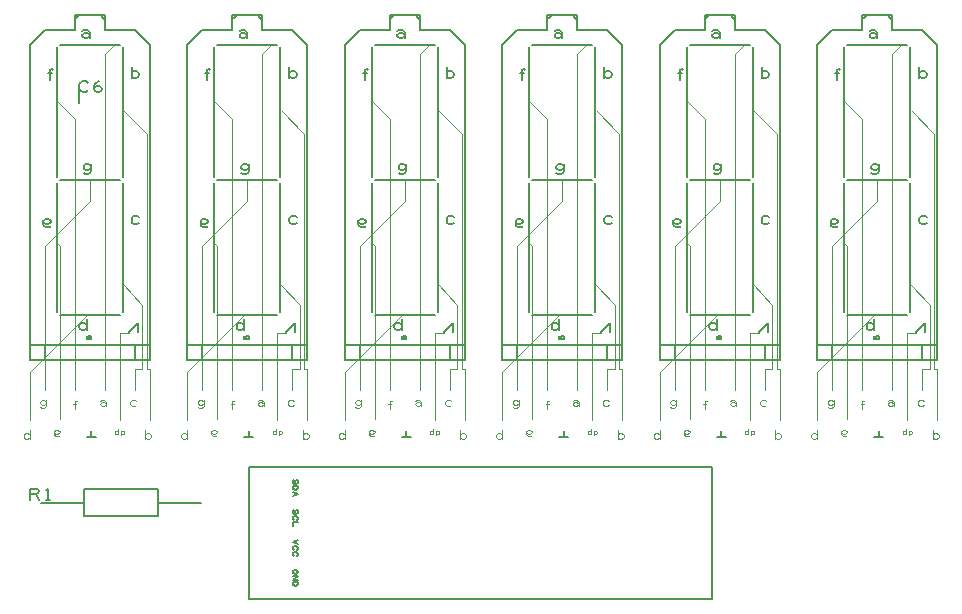
<source format=gbr>
G04 DesignSpark PCB Gerber Version 10.0 Build 5299*
%FSLAX35Y35*%
%MOIN*%
%ADD111C,0.00100*%
%ADD113C,0.00200*%
%ADD112C,0.00400*%
%ADD10C,0.00500*%
%ADD13C,0.00787*%
X0Y0D02*
D02*
D10*
X14100Y36537D02*
Y40287D01*
X16287D01*
X16913Y39975D01*
X17225Y39350D01*
X16913Y38725D01*
X16287Y38413D01*
X14100D01*
X16287D02*
X17225Y36537D01*
X19725D02*
X20975D01*
X20350D02*
Y40287D01*
X19725Y39663D01*
X21100Y127850D02*
X20787Y127537D01*
X20163D01*
X19537D01*
X18913Y127850D01*
X18600Y128475D01*
Y129413D01*
X18913Y129725D01*
X19537Y130037D01*
X20163D01*
X20787Y129725D01*
X21100Y129413D01*
Y129100D01*
X20787Y128787D01*
X20163Y128475D01*
X19537D01*
X18913Y128787D01*
X18600Y129100D01*
X19100Y83100D02*
X54100D01*
Y188100D01*
X49100Y193100D01*
X39100D01*
Y198100D01*
X38100D01*
Y197600D01*
X39100Y196600D01*
X20850Y176537D02*
Y179663D01*
X21163Y179975D01*
X21475D01*
X21787Y179663D01*
X20225Y178725D02*
X21475D01*
X23100Y142100D02*
Y99100D01*
Y187600D02*
Y144100D01*
X24100Y98100D02*
X44100D01*
X24100Y143100D02*
X44100D01*
X24100Y188100D02*
X44100D01*
X29600Y197100D02*
X30600Y198100D01*
X29100D01*
Y193100D01*
X19100D01*
X14100Y188100D01*
Y88100D01*
X33100Y94600D02*
X32787Y95225D01*
X32163Y95537D01*
X31537D01*
X30913Y95225D01*
X30600Y94600D01*
Y93975D01*
X30913Y93350D01*
X31537Y93037D01*
X32163D01*
X32787Y93350D01*
X33100Y93975D01*
Y93037D02*
Y96787D01*
X33725Y173063D02*
X33413Y172750D01*
X32787Y172437D01*
X31850D01*
X31225Y172750D01*
X30913Y173063D01*
X30600Y173687D01*
Y174937D01*
X30913Y175563D01*
X31225Y175875D01*
X31850Y176187D01*
X32787D01*
X33413Y175875D01*
X33725Y175563D01*
X35600Y173375D02*
X35913Y174000D01*
X36537Y174313D01*
X37163D01*
X37787Y174000D01*
X38100Y173375D01*
X37787Y172750D01*
X37163Y172437D01*
X36537D01*
X35913Y172750D01*
X35600Y173375D01*
Y174313D01*
X35913Y175250D01*
X36537Y175875D01*
X37163Y176187D01*
X30600Y198100D02*
X38100D01*
X31600Y192725D02*
X32225Y193037D01*
X33163D01*
X33787Y192725D01*
X34100Y192100D01*
Y191163D01*
X33787Y190850D01*
X33163Y190537D01*
X32537D01*
X31913Y190850D01*
X31600Y191163D01*
Y191475D01*
X31913Y191787D01*
X32537Y192100D01*
X33163D01*
X33787Y191787D01*
X34100Y191475D01*
Y191163D02*
Y190537D01*
X34600Y147600D02*
X34287Y148225D01*
X33663Y148537D01*
X33037D01*
X32413Y148225D01*
X32100Y147600D01*
Y147287D01*
X32413Y146663D01*
X33037Y146350D01*
X33663D01*
X34287Y146663D01*
X34600Y147287D01*
Y148537D02*
Y146037D01*
X34287Y145413D01*
X33663Y145100D01*
X32725D01*
X32100Y145413D01*
X33100Y57600D02*
X36100D01*
X33100Y91100D02*
Y90100D01*
X34600D01*
Y91100D01*
X33600D01*
Y90600D01*
X34100D01*
X34600Y57600D02*
Y59600D01*
X45100Y142100D02*
Y99100D01*
Y187600D02*
Y144100D01*
X47100Y92600D02*
X50100Y95600D01*
Y92600D01*
X50600Y130725D02*
X49975Y131037D01*
X49037D01*
X48413Y130725D01*
X48100Y130100D01*
Y129475D01*
X48413Y128850D01*
X49037Y128537D01*
X49975D01*
X50600Y128850D01*
X48100Y177975D02*
X48413Y177350D01*
X49037Y177037D01*
X49663D01*
X50287Y177350D01*
X50600Y177975D01*
Y178600D01*
X50287Y179225D01*
X49663Y179537D01*
X49037D01*
X48413Y179225D01*
X48100Y178600D01*
Y177037D02*
Y180787D01*
X49100Y88100D02*
Y83100D01*
X54100Y88100D02*
X14100D01*
Y83100D01*
X19100D01*
Y88100D01*
X73600Y127850D02*
X73287Y127537D01*
X72663D01*
X72037D01*
X71413Y127850D01*
X71100Y128475D01*
Y129413D01*
X71413Y129725D01*
X72037Y130037D01*
X72663D01*
X73287Y129725D01*
X73600Y129413D01*
Y129100D01*
X73287Y128787D01*
X72663Y128475D01*
X72037D01*
X71413Y128787D01*
X71100Y129100D01*
X71600Y83100D02*
X106600D01*
Y188100D01*
X101600Y193100D01*
X91600D01*
Y198100D01*
X90600D01*
Y197600D01*
X91600Y196600D01*
X73350Y176537D02*
Y179663D01*
X73663Y179975D01*
X73975D01*
X74287Y179663D01*
X72725Y178725D02*
X73975D01*
X75600Y142100D02*
Y99100D01*
Y187600D02*
Y144100D01*
X76600Y98100D02*
X96600D01*
X76600Y143100D02*
X96600D01*
X76600Y188100D02*
X96600D01*
X82100Y197100D02*
X83100Y198100D01*
X81600D01*
Y193100D01*
X71600D01*
X66600Y188100D01*
Y88100D01*
X85600Y94600D02*
X85287Y95225D01*
X84663Y95537D01*
X84037D01*
X83413Y95225D01*
X83100Y94600D01*
Y93975D01*
X83413Y93350D01*
X84037Y93037D01*
X84663D01*
X85287Y93350D01*
X85600Y93975D01*
Y93037D02*
Y96787D01*
X83100Y198100D02*
X90600D01*
X84100Y192725D02*
X84725Y193037D01*
X85663D01*
X86287Y192725D01*
X86600Y192100D01*
Y191163D01*
X86287Y190850D01*
X85663Y190537D01*
X85037D01*
X84413Y190850D01*
X84100Y191163D01*
Y191475D01*
X84413Y191787D01*
X85037Y192100D01*
X85663D01*
X86287Y191787D01*
X86600Y191475D01*
Y191163D02*
Y190537D01*
X87100Y147600D02*
X86787Y148225D01*
X86163Y148537D01*
X85537D01*
X84913Y148225D01*
X84600Y147600D01*
Y147287D01*
X84913Y146663D01*
X85537Y146350D01*
X86163D01*
X86787Y146663D01*
X87100Y147287D01*
Y148537D02*
Y146037D01*
X86787Y145413D01*
X86163Y145100D01*
X85225D01*
X84600Y145413D01*
X85600Y57600D02*
X88600D01*
X85600Y91100D02*
Y90100D01*
X87100D01*
Y91100D01*
X86100D01*
Y90600D01*
X86600D01*
X87100Y47600D02*
Y3600D01*
X241600D01*
Y47600D01*
X87100D01*
Y57600D02*
Y59600D01*
X97600Y142100D02*
Y99100D01*
Y187600D02*
Y144100D01*
X99600Y92600D02*
X102600Y95600D01*
Y92600D01*
X103100Y130725D02*
X102475Y131037D01*
X101537D01*
X100913Y130725D01*
X100600Y130100D01*
Y129475D01*
X100913Y128850D01*
X101537Y128537D01*
X102475D01*
X103100Y128850D01*
X100600Y177975D02*
X100913Y177350D01*
X101537Y177037D01*
X102163D01*
X102787Y177350D01*
X103100Y177975D01*
Y178600D01*
X102787Y179225D01*
X102163Y179537D01*
X101537D01*
X100913Y179225D01*
X100600Y178600D01*
Y177037D02*
Y180787D01*
X102584Y12239D02*
Y11870D01*
X102461D01*
X102215Y11993D01*
X102092Y12116D01*
X101969Y12362D01*
Y12608D01*
X102092Y12854D01*
X102215Y12977D01*
X102461Y13100D01*
X102954D01*
X103200Y12977D01*
X103322Y12854D01*
X103446Y12608D01*
Y12362D01*
X103322Y12116D01*
X103200Y11993D01*
X102954Y11870D01*
X101969Y11131D02*
X103446D01*
X101969Y9901D01*
X103446D01*
X101969Y9163D02*
X103446D01*
Y8425D01*
X103322Y8179D01*
X103200Y8056D01*
X102954Y7933D01*
X102461D01*
X102215Y8056D01*
X102092Y8179D01*
X101969Y8425D01*
Y9163D01*
X103446Y23100D02*
X101969Y22485D01*
X103446Y21870D01*
X102215Y19901D02*
X102092Y20024D01*
X101969Y20270D01*
Y20639D01*
X102092Y20885D01*
X102215Y21008D01*
X102461Y21131D01*
X102954D01*
X103200Y21008D01*
X103322Y20885D01*
X103446Y20639D01*
Y20270D01*
X103322Y20024D01*
X103200Y19901D01*
X102215Y17933D02*
X102092Y18056D01*
X101969Y18302D01*
Y18671D01*
X102092Y18917D01*
X102215Y19040D01*
X102461Y19163D01*
X102954D01*
X103200Y19040D01*
X103322Y18917D01*
X103446Y18671D01*
Y18302D01*
X103322Y18056D01*
X103200Y17933D01*
X102338Y33100D02*
X102092Y32977D01*
X101969Y32731D01*
Y32239D01*
X102092Y31993D01*
X102338Y31870D01*
X102584Y31993D01*
X102707Y32239D01*
Y32731D01*
X102830Y32977D01*
X103076Y33100D01*
X103322Y32977D01*
X103446Y32731D01*
Y32239D01*
X103322Y31993D01*
X103076Y31870D01*
X102215Y29901D02*
X102092Y30024D01*
X101969Y30270D01*
Y30639D01*
X102092Y30885D01*
X102215Y31008D01*
X102461Y31131D01*
X102954D01*
X103200Y31008D01*
X103322Y30885D01*
X103446Y30639D01*
Y30270D01*
X103322Y30024D01*
X103200Y29901D01*
X103446Y29163D02*
X101969D01*
Y27933D01*
X102338Y43100D02*
X102092Y42977D01*
X101969Y42731D01*
Y42239D01*
X102092Y41993D01*
X102338Y41870D01*
X102584Y41993D01*
X102707Y42239D01*
Y42731D01*
X102830Y42977D01*
X103076Y43100D01*
X103322Y42977D01*
X103446Y42731D01*
Y42239D01*
X103322Y41993D01*
X103076Y41870D01*
X101969Y41131D02*
X103446D01*
Y40393D01*
X103322Y40147D01*
X103200Y40024D01*
X102954Y39901D01*
X102461D01*
X102215Y40024D01*
X102092Y40147D01*
X101969Y40393D01*
Y41131D01*
Y39163D02*
X103446Y38548D01*
X101969Y37933D01*
X102584Y38917D02*
Y38179D01*
X101600Y88100D02*
Y83100D01*
X106600Y88100D02*
X66600D01*
Y83100D01*
X71600D01*
Y88100D01*
X126100Y127850D02*
X125787Y127537D01*
X125163D01*
X124537D01*
X123913Y127850D01*
X123600Y128475D01*
Y129413D01*
X123913Y129725D01*
X124537Y130037D01*
X125163D01*
X125787Y129725D01*
X126100Y129413D01*
Y129100D01*
X125787Y128787D01*
X125163Y128475D01*
X124537D01*
X123913Y128787D01*
X123600Y129100D01*
X124100Y83100D02*
X159100D01*
Y188100D01*
X154100Y193100D01*
X144100D01*
Y198100D01*
X143100D01*
Y197600D01*
X144100Y196600D01*
X125850Y176537D02*
Y179663D01*
X126163Y179975D01*
X126475D01*
X126787Y179663D01*
X125225Y178725D02*
X126475D01*
X128100Y142100D02*
Y99100D01*
Y187600D02*
Y144100D01*
X129100Y98100D02*
X149100D01*
X129100Y143100D02*
X149100D01*
X129100Y188100D02*
X149100D01*
X134600Y197100D02*
X135600Y198100D01*
X134100D01*
Y193100D01*
X124100D01*
X119100Y188100D01*
Y88100D01*
X138100Y94600D02*
X137787Y95225D01*
X137163Y95537D01*
X136537D01*
X135913Y95225D01*
X135600Y94600D01*
Y93975D01*
X135913Y93350D01*
X136537Y93037D01*
X137163D01*
X137787Y93350D01*
X138100Y93975D01*
Y93037D02*
Y96787D01*
X135600Y198100D02*
X143100D01*
X136600Y192725D02*
X137225Y193037D01*
X138163D01*
X138787Y192725D01*
X139100Y192100D01*
Y191163D01*
X138787Y190850D01*
X138163Y190537D01*
X137537D01*
X136913Y190850D01*
X136600Y191163D01*
Y191475D01*
X136913Y191787D01*
X137537Y192100D01*
X138163D01*
X138787Y191787D01*
X139100Y191475D01*
Y191163D02*
Y190537D01*
X139600Y147600D02*
X139287Y148225D01*
X138663Y148537D01*
X138037D01*
X137413Y148225D01*
X137100Y147600D01*
Y147287D01*
X137413Y146663D01*
X138037Y146350D01*
X138663D01*
X139287Y146663D01*
X139600Y147287D01*
Y148537D02*
Y146037D01*
X139287Y145413D01*
X138663Y145100D01*
X137725D01*
X137100Y145413D01*
X138100Y57600D02*
X141100D01*
X138100Y91100D02*
Y90100D01*
X139600D01*
Y91100D01*
X138600D01*
Y90600D01*
X139100D01*
X139600Y57600D02*
Y59600D01*
X150100Y142100D02*
Y99100D01*
Y187600D02*
Y144100D01*
X152100Y92600D02*
X155100Y95600D01*
Y92600D01*
X155600Y130725D02*
X154975Y131037D01*
X154037D01*
X153413Y130725D01*
X153100Y130100D01*
Y129475D01*
X153413Y128850D01*
X154037Y128537D01*
X154975D01*
X155600Y128850D01*
X153100Y177975D02*
X153413Y177350D01*
X154037Y177037D01*
X154663D01*
X155287Y177350D01*
X155600Y177975D01*
Y178600D01*
X155287Y179225D01*
X154663Y179537D01*
X154037D01*
X153413Y179225D01*
X153100Y178600D01*
Y177037D02*
Y180787D01*
X154100Y88100D02*
Y83100D01*
X159100Y88100D02*
X119100D01*
Y83100D01*
X124100D01*
Y88100D01*
X178600Y127850D02*
X178287Y127537D01*
X177663D01*
X177037D01*
X176413Y127850D01*
X176100Y128475D01*
Y129413D01*
X176413Y129725D01*
X177037Y130037D01*
X177663D01*
X178287Y129725D01*
X178600Y129413D01*
Y129100D01*
X178287Y128787D01*
X177663Y128475D01*
X177037D01*
X176413Y128787D01*
X176100Y129100D01*
X176600Y83100D02*
X211600D01*
Y188100D01*
X206600Y193100D01*
X196600D01*
Y198100D01*
X195600D01*
Y197600D01*
X196600Y196600D01*
X178350Y176537D02*
Y179663D01*
X178663Y179975D01*
X178975D01*
X179287Y179663D01*
X177725Y178725D02*
X178975D01*
X180600Y142100D02*
Y99100D01*
Y187600D02*
Y144100D01*
X181600Y98100D02*
X201600D01*
X181600Y143100D02*
X201600D01*
X181600Y188100D02*
X201600D01*
X187100Y197100D02*
X188100Y198100D01*
X186600D01*
Y193100D01*
X176600D01*
X171600Y188100D01*
Y88100D01*
X190600Y94600D02*
X190287Y95225D01*
X189663Y95537D01*
X189037D01*
X188413Y95225D01*
X188100Y94600D01*
Y93975D01*
X188413Y93350D01*
X189037Y93037D01*
X189663D01*
X190287Y93350D01*
X190600Y93975D01*
Y93037D02*
Y96787D01*
X188100Y198100D02*
X195600D01*
X189100Y192725D02*
X189725Y193037D01*
X190663D01*
X191287Y192725D01*
X191600Y192100D01*
Y191163D01*
X191287Y190850D01*
X190663Y190537D01*
X190037D01*
X189413Y190850D01*
X189100Y191163D01*
Y191475D01*
X189413Y191787D01*
X190037Y192100D01*
X190663D01*
X191287Y191787D01*
X191600Y191475D01*
Y191163D02*
Y190537D01*
X192100Y147600D02*
X191787Y148225D01*
X191163Y148537D01*
X190537D01*
X189913Y148225D01*
X189600Y147600D01*
Y147287D01*
X189913Y146663D01*
X190537Y146350D01*
X191163D01*
X191787Y146663D01*
X192100Y147287D01*
Y148537D02*
Y146037D01*
X191787Y145413D01*
X191163Y145100D01*
X190225D01*
X189600Y145413D01*
X190600Y57600D02*
X193600D01*
X190600Y91100D02*
Y90100D01*
X192100D01*
Y91100D01*
X191100D01*
Y90600D01*
X191600D01*
X192100Y57600D02*
Y59600D01*
X202600Y142100D02*
Y99100D01*
Y187600D02*
Y144100D01*
X204600Y92600D02*
X207600Y95600D01*
Y92600D01*
X208100Y130725D02*
X207475Y131037D01*
X206537D01*
X205913Y130725D01*
X205600Y130100D01*
Y129475D01*
X205913Y128850D01*
X206537Y128537D01*
X207475D01*
X208100Y128850D01*
X205600Y177975D02*
X205913Y177350D01*
X206537Y177037D01*
X207163D01*
X207787Y177350D01*
X208100Y177975D01*
Y178600D01*
X207787Y179225D01*
X207163Y179537D01*
X206537D01*
X205913Y179225D01*
X205600Y178600D01*
Y177037D02*
Y180787D01*
X206600Y88100D02*
Y83100D01*
X211600Y88100D02*
X171600D01*
Y83100D01*
X176600D01*
Y88100D01*
X231100Y127850D02*
X230787Y127537D01*
X230163D01*
X229537D01*
X228913Y127850D01*
X228600Y128475D01*
Y129413D01*
X228913Y129725D01*
X229537Y130037D01*
X230163D01*
X230787Y129725D01*
X231100Y129413D01*
Y129100D01*
X230787Y128787D01*
X230163Y128475D01*
X229537D01*
X228913Y128787D01*
X228600Y129100D01*
X229100Y83100D02*
X264100D01*
Y188100D01*
X259100Y193100D01*
X249100D01*
Y198100D01*
X248100D01*
Y197600D01*
X249100Y196600D01*
X230850Y176537D02*
Y179663D01*
X231163Y179975D01*
X231475D01*
X231787Y179663D01*
X230225Y178725D02*
X231475D01*
X233100Y142100D02*
Y99100D01*
Y187600D02*
Y144100D01*
X234100Y98100D02*
X254100D01*
X234100Y143100D02*
X254100D01*
X234100Y188100D02*
X254100D01*
X239600Y197100D02*
X240600Y198100D01*
X239100D01*
Y193100D01*
X229100D01*
X224100Y188100D01*
Y88100D01*
X243100Y94600D02*
X242787Y95225D01*
X242163Y95537D01*
X241537D01*
X240913Y95225D01*
X240600Y94600D01*
Y93975D01*
X240913Y93350D01*
X241537Y93037D01*
X242163D01*
X242787Y93350D01*
X243100Y93975D01*
Y93037D02*
Y96787D01*
X240600Y198100D02*
X248100D01*
X241600Y192725D02*
X242225Y193037D01*
X243163D01*
X243787Y192725D01*
X244100Y192100D01*
Y191163D01*
X243787Y190850D01*
X243163Y190537D01*
X242537D01*
X241913Y190850D01*
X241600Y191163D01*
Y191475D01*
X241913Y191787D01*
X242537Y192100D01*
X243163D01*
X243787Y191787D01*
X244100Y191475D01*
Y191163D02*
Y190537D01*
X244600Y147600D02*
X244287Y148225D01*
X243663Y148537D01*
X243037D01*
X242413Y148225D01*
X242100Y147600D01*
Y147287D01*
X242413Y146663D01*
X243037Y146350D01*
X243663D01*
X244287Y146663D01*
X244600Y147287D01*
Y148537D02*
Y146037D01*
X244287Y145413D01*
X243663Y145100D01*
X242725D01*
X242100Y145413D01*
X243100Y57600D02*
X246100D01*
X243100Y91100D02*
Y90100D01*
X244600D01*
Y91100D01*
X243600D01*
Y90600D01*
X244100D01*
X244600Y57600D02*
Y59600D01*
X255100Y142100D02*
Y99100D01*
Y187600D02*
Y144100D01*
X257100Y92600D02*
X260100Y95600D01*
Y92600D01*
X260600Y130725D02*
X259975Y131037D01*
X259037D01*
X258413Y130725D01*
X258100Y130100D01*
Y129475D01*
X258413Y128850D01*
X259037Y128537D01*
X259975D01*
X260600Y128850D01*
X258100Y177975D02*
X258413Y177350D01*
X259037Y177037D01*
X259663D01*
X260287Y177350D01*
X260600Y177975D01*
Y178600D01*
X260287Y179225D01*
X259663Y179537D01*
X259037D01*
X258413Y179225D01*
X258100Y178600D01*
Y177037D02*
Y180787D01*
X259100Y88100D02*
Y83100D01*
X264100Y88100D02*
X224100D01*
Y83100D01*
X229100D01*
Y88100D01*
X283600Y127850D02*
X283287Y127537D01*
X282663D01*
X282037D01*
X281413Y127850D01*
X281100Y128475D01*
Y129413D01*
X281413Y129725D01*
X282037Y130037D01*
X282663D01*
X283287Y129725D01*
X283600Y129413D01*
Y129100D01*
X283287Y128787D01*
X282663Y128475D01*
X282037D01*
X281413Y128787D01*
X281100Y129100D01*
X281600Y83100D02*
X316600D01*
Y188100D01*
X311600Y193100D01*
X301600D01*
Y198100D01*
X300600D01*
Y197600D01*
X301600Y196600D01*
X283350Y176537D02*
Y179663D01*
X283663Y179975D01*
X283975D01*
X284287Y179663D01*
X282725Y178725D02*
X283975D01*
X285600Y142100D02*
Y99100D01*
Y187600D02*
Y144100D01*
X286600Y98100D02*
X306600D01*
X286600Y143100D02*
X306600D01*
X286600Y188100D02*
X306600D01*
X292100Y197100D02*
X293100Y198100D01*
X291600D01*
Y193100D01*
X281600D01*
X276600Y188100D01*
Y88100D01*
X295600Y94600D02*
X295287Y95225D01*
X294663Y95537D01*
X294037D01*
X293413Y95225D01*
X293100Y94600D01*
Y93975D01*
X293413Y93350D01*
X294037Y93037D01*
X294663D01*
X295287Y93350D01*
X295600Y93975D01*
Y93037D02*
Y96787D01*
X293100Y198100D02*
X300600D01*
X294100Y192725D02*
X294725Y193037D01*
X295663D01*
X296287Y192725D01*
X296600Y192100D01*
Y191163D01*
X296287Y190850D01*
X295663Y190537D01*
X295037D01*
X294413Y190850D01*
X294100Y191163D01*
Y191475D01*
X294413Y191787D01*
X295037Y192100D01*
X295663D01*
X296287Y191787D01*
X296600Y191475D01*
Y191163D02*
Y190537D01*
X297100Y147600D02*
X296787Y148225D01*
X296163Y148537D01*
X295537D01*
X294913Y148225D01*
X294600Y147600D01*
Y147287D01*
X294913Y146663D01*
X295537Y146350D01*
X296163D01*
X296787Y146663D01*
X297100Y147287D01*
Y148537D02*
Y146037D01*
X296787Y145413D01*
X296163Y145100D01*
X295225D01*
X294600Y145413D01*
X295600Y57600D02*
X298600D01*
X295600Y91100D02*
Y90100D01*
X297100D01*
Y91100D01*
X296100D01*
Y90600D01*
X296600D01*
X297100Y57600D02*
Y59600D01*
X307600Y142100D02*
Y99100D01*
Y187600D02*
Y144100D01*
X309600Y92600D02*
X312600Y95600D01*
Y92600D01*
X313100Y130725D02*
X312475Y131037D01*
X311537D01*
X310913Y130725D01*
X310600Y130100D01*
Y129475D01*
X310913Y128850D01*
X311537Y128537D01*
X312475D01*
X313100Y128850D01*
X310600Y177975D02*
X310913Y177350D01*
X311537Y177037D01*
X312163D01*
X312787Y177350D01*
X313100Y177975D01*
Y178600D01*
X312787Y179225D01*
X312163Y179537D01*
X311537D01*
X310913Y179225D01*
X310600Y178600D01*
Y177037D02*
Y180787D01*
X311600Y88100D02*
Y83100D01*
X316600Y88100D02*
X276600D01*
Y83100D01*
X281600D01*
Y88100D01*
D02*
D13*
X17840Y35600D02*
X32210D01*
X30600Y174256D02*
Y168744D01*
X32210Y40128D02*
X57013D01*
Y31072D01*
X32210D01*
Y40128D01*
X57013Y35600D02*
X71383D01*
D02*
D111*
X14100Y63100D02*
Y79100D01*
X33100Y98100D01*
X19100Y73100D02*
Y121100D01*
X34100Y136100D01*
Y143100D01*
X24100Y63600D02*
Y121100D01*
X23100Y122100D01*
X29100Y73100D02*
Y163600D01*
X23100Y169600D01*
X39100Y73100D02*
Y185100D01*
X42100Y188100D01*
X44100Y63100D02*
Y92100D01*
X47100D01*
X49100Y73100D02*
Y80100D01*
X51600D01*
Y101600D01*
X45100Y108600D01*
X54100Y63100D02*
Y80100D01*
X53100D01*
Y158600D01*
X45600Y166100D01*
X66600Y63100D02*
Y79100D01*
X85600Y98100D01*
X71600Y73100D02*
Y121100D01*
X86600Y136100D01*
Y143100D01*
X76600Y63600D02*
Y121100D01*
X75600Y122100D01*
X81600Y73100D02*
Y163600D01*
X75600Y169600D01*
X91600Y73100D02*
Y185100D01*
X94600Y188100D01*
X96600Y63100D02*
Y92100D01*
X99600D01*
X101600Y73100D02*
Y80100D01*
X104100D01*
Y101600D01*
X97600Y108600D01*
X106600Y63100D02*
Y80100D01*
X105600D01*
Y158600D01*
X98100Y166100D01*
X119100Y63100D02*
Y79100D01*
X138100Y98100D01*
X124100Y73100D02*
Y121100D01*
X139100Y136100D01*
Y143100D01*
X129100Y63600D02*
Y121100D01*
X128100Y122100D01*
X134100Y73100D02*
Y163600D01*
X128100Y169600D01*
X144100Y73100D02*
Y185100D01*
X147100Y188100D01*
X149100Y63100D02*
Y92100D01*
X152100D01*
X154100Y73100D02*
Y80100D01*
X156600D01*
Y101600D01*
X150100Y108600D01*
X159100Y63100D02*
Y80100D01*
X158100D01*
Y158600D01*
X150600Y166100D01*
X171600Y63100D02*
Y79100D01*
X190600Y98100D01*
X176600Y73100D02*
Y121100D01*
X191600Y136100D01*
Y143100D01*
X181600Y63600D02*
Y121100D01*
X180600Y122100D01*
X186600Y73100D02*
Y163600D01*
X180600Y169600D01*
X196600Y73100D02*
Y185100D01*
X199600Y188100D01*
X201600Y63100D02*
Y92100D01*
X204600D01*
X206600Y73100D02*
Y80100D01*
X209100D01*
Y101600D01*
X202600Y108600D01*
X211600Y63100D02*
Y80100D01*
X210600D01*
Y158600D01*
X203100Y166100D01*
X224100Y63100D02*
Y79100D01*
X243100Y98100D01*
X229100Y73100D02*
Y121100D01*
X244100Y136100D01*
Y143100D01*
X234100Y63600D02*
Y121100D01*
X233100Y122100D01*
X239100Y73100D02*
Y163600D01*
X233100Y169600D01*
X249100Y73100D02*
Y185100D01*
X252100Y188100D01*
X254100Y63100D02*
Y92100D01*
X257100D01*
X259100Y73100D02*
Y80100D01*
X261600D01*
Y101600D01*
X255100Y108600D01*
X264100Y63100D02*
Y80100D01*
X263100D01*
Y158600D01*
X255600Y166100D01*
X276600Y63100D02*
Y79100D01*
X295600Y98100D01*
X281600Y73100D02*
Y121100D01*
X296600Y136100D01*
Y143100D01*
X286600Y63600D02*
Y121100D01*
X285600Y122100D01*
X291600Y73100D02*
Y163600D01*
X285600Y169600D01*
X301600Y73100D02*
Y185100D01*
X304600Y188100D01*
X306600Y63100D02*
Y92100D01*
X309600D01*
X311600Y73100D02*
Y80100D01*
X314100D01*
Y101600D01*
X307600Y108600D01*
X316600Y63100D02*
Y80100D01*
X315600D01*
Y158600D01*
X308100Y166100D01*
D02*
D112*
X14100Y58100D02*
X13850Y58600D01*
X13350Y58850D01*
X12850D01*
X12350Y58600D01*
X12100Y58100D01*
Y57600D01*
X12350Y57100D01*
X12850Y56850D01*
X13350D01*
X13850Y57100D01*
X14100Y57600D01*
Y56850D02*
Y59850D01*
X19600Y69100D02*
X19350Y69600D01*
X18850Y69850D01*
X18350D01*
X17850Y69600D01*
X17600Y69100D01*
Y68850D01*
X17850Y68350D01*
X18350Y68100D01*
X18850D01*
X19350Y68350D01*
X19600Y68850D01*
Y69850D02*
Y67850D01*
X19350Y67350D01*
X18850Y67100D01*
X18100D01*
X17600Y67350D01*
X24100Y58100D02*
X23850Y57850D01*
X23350D01*
X22850D01*
X22350Y58100D01*
X22100Y58600D01*
Y59350D01*
X22350Y59600D01*
X22850Y59850D01*
X23350D01*
X23850Y59600D01*
X24100Y59350D01*
Y59100D01*
X23850Y58850D01*
X23350Y58600D01*
X22850D01*
X22350Y58850D01*
X22100Y59100D01*
X29100Y66850D02*
Y69350D01*
X29350Y69600D01*
X29600D01*
X29850Y69350D01*
X28600Y68600D02*
X29600D01*
X37600Y69600D02*
X38100Y69850D01*
X38850D01*
X39350Y69600D01*
X39600Y69100D01*
Y68350D01*
X39350Y68100D01*
X38850Y67850D01*
X38350D01*
X37850Y68100D01*
X37600Y68350D01*
Y68600D01*
X37850Y68850D01*
X38350Y69100D01*
X38850D01*
X39350Y68850D01*
X39600Y68600D01*
Y68350D02*
Y67850D01*
X49600Y69600D02*
X49100Y69850D01*
X48350D01*
X47850Y69600D01*
X47600Y69100D01*
Y68600D01*
X47850Y68100D01*
X48350Y67850D01*
X49100D01*
X49600Y68100D01*
X52600Y57600D02*
X52850Y57100D01*
X53350Y56850D01*
X53850D01*
X54350Y57100D01*
X54600Y57600D01*
Y58100D01*
X54350Y58600D01*
X53850Y58850D01*
X53350D01*
X52850Y58600D01*
X52600Y58100D01*
Y56850D02*
Y59850D01*
X66600Y58100D02*
X66350Y58600D01*
X65850Y58850D01*
X65350D01*
X64850Y58600D01*
X64600Y58100D01*
Y57600D01*
X64850Y57100D01*
X65350Y56850D01*
X65850D01*
X66350Y57100D01*
X66600Y57600D01*
Y56850D02*
Y59850D01*
X72100Y69100D02*
X71850Y69600D01*
X71350Y69850D01*
X70850D01*
X70350Y69600D01*
X70100Y69100D01*
Y68850D01*
X70350Y68350D01*
X70850Y68100D01*
X71350D01*
X71850Y68350D01*
X72100Y68850D01*
Y69850D02*
Y67850D01*
X71850Y67350D01*
X71350Y67100D01*
X70600D01*
X70100Y67350D01*
X76600Y58100D02*
X76350Y57850D01*
X75850D01*
X75350D01*
X74850Y58100D01*
X74600Y58600D01*
Y59350D01*
X74850Y59600D01*
X75350Y59850D01*
X75850D01*
X76350Y59600D01*
X76600Y59350D01*
Y59100D01*
X76350Y58850D01*
X75850Y58600D01*
X75350D01*
X74850Y58850D01*
X74600Y59100D01*
X81600Y66850D02*
Y69350D01*
X81850Y69600D01*
X82100D01*
X82350Y69350D01*
X81100Y68600D02*
X82100D01*
X90100Y69600D02*
X90600Y69850D01*
X91350D01*
X91850Y69600D01*
X92100Y69100D01*
Y68350D01*
X91850Y68100D01*
X91350Y67850D01*
X90850D01*
X90350Y68100D01*
X90100Y68350D01*
Y68600D01*
X90350Y68850D01*
X90850Y69100D01*
X91350D01*
X91850Y68850D01*
X92100Y68600D01*
Y68350D02*
Y67850D01*
X102100Y69600D02*
X101600Y69850D01*
X100850D01*
X100350Y69600D01*
X100100Y69100D01*
Y68600D01*
X100350Y68100D01*
X100850Y67850D01*
X101600D01*
X102100Y68100D01*
X105100Y57600D02*
X105350Y57100D01*
X105850Y56850D01*
X106350D01*
X106850Y57100D01*
X107100Y57600D01*
Y58100D01*
X106850Y58600D01*
X106350Y58850D01*
X105850D01*
X105350Y58600D01*
X105100Y58100D01*
Y56850D02*
Y59850D01*
X119100Y58100D02*
X118850Y58600D01*
X118350Y58850D01*
X117850D01*
X117350Y58600D01*
X117100Y58100D01*
Y57600D01*
X117350Y57100D01*
X117850Y56850D01*
X118350D01*
X118850Y57100D01*
X119100Y57600D01*
Y56850D02*
Y59850D01*
X124600Y69100D02*
X124350Y69600D01*
X123850Y69850D01*
X123350D01*
X122850Y69600D01*
X122600Y69100D01*
Y68850D01*
X122850Y68350D01*
X123350Y68100D01*
X123850D01*
X124350Y68350D01*
X124600Y68850D01*
Y69850D02*
Y67850D01*
X124350Y67350D01*
X123850Y67100D01*
X123100D01*
X122600Y67350D01*
X129100Y58100D02*
X128850Y57850D01*
X128350D01*
X127850D01*
X127350Y58100D01*
X127100Y58600D01*
Y59350D01*
X127350Y59600D01*
X127850Y59850D01*
X128350D01*
X128850Y59600D01*
X129100Y59350D01*
Y59100D01*
X128850Y58850D01*
X128350Y58600D01*
X127850D01*
X127350Y58850D01*
X127100Y59100D01*
X134100Y66850D02*
Y69350D01*
X134350Y69600D01*
X134600D01*
X134850Y69350D01*
X133600Y68600D02*
X134600D01*
X142600Y69600D02*
X143100Y69850D01*
X143850D01*
X144350Y69600D01*
X144600Y69100D01*
Y68350D01*
X144350Y68100D01*
X143850Y67850D01*
X143350D01*
X142850Y68100D01*
X142600Y68350D01*
Y68600D01*
X142850Y68850D01*
X143350Y69100D01*
X143850D01*
X144350Y68850D01*
X144600Y68600D01*
Y68350D02*
Y67850D01*
X154600Y69600D02*
X154100Y69850D01*
X153350D01*
X152850Y69600D01*
X152600Y69100D01*
Y68600D01*
X152850Y68100D01*
X153350Y67850D01*
X154100D01*
X154600Y68100D01*
X157600Y57600D02*
X157850Y57100D01*
X158350Y56850D01*
X158850D01*
X159350Y57100D01*
X159600Y57600D01*
Y58100D01*
X159350Y58600D01*
X158850Y58850D01*
X158350D01*
X157850Y58600D01*
X157600Y58100D01*
Y56850D02*
Y59850D01*
X171600Y58100D02*
X171350Y58600D01*
X170850Y58850D01*
X170350D01*
X169850Y58600D01*
X169600Y58100D01*
Y57600D01*
X169850Y57100D01*
X170350Y56850D01*
X170850D01*
X171350Y57100D01*
X171600Y57600D01*
Y56850D02*
Y59850D01*
X177100Y69100D02*
X176850Y69600D01*
X176350Y69850D01*
X175850D01*
X175350Y69600D01*
X175100Y69100D01*
Y68850D01*
X175350Y68350D01*
X175850Y68100D01*
X176350D01*
X176850Y68350D01*
X177100Y68850D01*
Y69850D02*
Y67850D01*
X176850Y67350D01*
X176350Y67100D01*
X175600D01*
X175100Y67350D01*
X181600Y58100D02*
X181350Y57850D01*
X180850D01*
X180350D01*
X179850Y58100D01*
X179600Y58600D01*
Y59350D01*
X179850Y59600D01*
X180350Y59850D01*
X180850D01*
X181350Y59600D01*
X181600Y59350D01*
Y59100D01*
X181350Y58850D01*
X180850Y58600D01*
X180350D01*
X179850Y58850D01*
X179600Y59100D01*
X186600Y66850D02*
Y69350D01*
X186850Y69600D01*
X187100D01*
X187350Y69350D01*
X186100Y68600D02*
X187100D01*
X195100Y69600D02*
X195600Y69850D01*
X196350D01*
X196850Y69600D01*
X197100Y69100D01*
Y68350D01*
X196850Y68100D01*
X196350Y67850D01*
X195850D01*
X195350Y68100D01*
X195100Y68350D01*
Y68600D01*
X195350Y68850D01*
X195850Y69100D01*
X196350D01*
X196850Y68850D01*
X197100Y68600D01*
Y68350D02*
Y67850D01*
X207100Y69600D02*
X206600Y69850D01*
X205850D01*
X205350Y69600D01*
X205100Y69100D01*
Y68600D01*
X205350Y68100D01*
X205850Y67850D01*
X206600D01*
X207100Y68100D01*
X210100Y57600D02*
X210350Y57100D01*
X210850Y56850D01*
X211350D01*
X211850Y57100D01*
X212100Y57600D01*
Y58100D01*
X211850Y58600D01*
X211350Y58850D01*
X210850D01*
X210350Y58600D01*
X210100Y58100D01*
Y56850D02*
Y59850D01*
X224100Y58100D02*
X223850Y58600D01*
X223350Y58850D01*
X222850D01*
X222350Y58600D01*
X222100Y58100D01*
Y57600D01*
X222350Y57100D01*
X222850Y56850D01*
X223350D01*
X223850Y57100D01*
X224100Y57600D01*
Y56850D02*
Y59850D01*
X229600Y69100D02*
X229350Y69600D01*
X228850Y69850D01*
X228350D01*
X227850Y69600D01*
X227600Y69100D01*
Y68850D01*
X227850Y68350D01*
X228350Y68100D01*
X228850D01*
X229350Y68350D01*
X229600Y68850D01*
Y69850D02*
Y67850D01*
X229350Y67350D01*
X228850Y67100D01*
X228100D01*
X227600Y67350D01*
X234100Y58100D02*
X233850Y57850D01*
X233350D01*
X232850D01*
X232350Y58100D01*
X232100Y58600D01*
Y59350D01*
X232350Y59600D01*
X232850Y59850D01*
X233350D01*
X233850Y59600D01*
X234100Y59350D01*
Y59100D01*
X233850Y58850D01*
X233350Y58600D01*
X232850D01*
X232350Y58850D01*
X232100Y59100D01*
X239100Y66850D02*
Y69350D01*
X239350Y69600D01*
X239600D01*
X239850Y69350D01*
X238600Y68600D02*
X239600D01*
X247600Y69600D02*
X248100Y69850D01*
X248850D01*
X249350Y69600D01*
X249600Y69100D01*
Y68350D01*
X249350Y68100D01*
X248850Y67850D01*
X248350D01*
X247850Y68100D01*
X247600Y68350D01*
Y68600D01*
X247850Y68850D01*
X248350Y69100D01*
X248850D01*
X249350Y68850D01*
X249600Y68600D01*
Y68350D02*
Y67850D01*
X259600Y69600D02*
X259100Y69850D01*
X258350D01*
X257850Y69600D01*
X257600Y69100D01*
Y68600D01*
X257850Y68100D01*
X258350Y67850D01*
X259100D01*
X259600Y68100D01*
X262600Y57600D02*
X262850Y57100D01*
X263350Y56850D01*
X263850D01*
X264350Y57100D01*
X264600Y57600D01*
Y58100D01*
X264350Y58600D01*
X263850Y58850D01*
X263350D01*
X262850Y58600D01*
X262600Y58100D01*
Y56850D02*
Y59850D01*
X276600Y58100D02*
X276350Y58600D01*
X275850Y58850D01*
X275350D01*
X274850Y58600D01*
X274600Y58100D01*
Y57600D01*
X274850Y57100D01*
X275350Y56850D01*
X275850D01*
X276350Y57100D01*
X276600Y57600D01*
Y56850D02*
Y59850D01*
X282100Y69100D02*
X281850Y69600D01*
X281350Y69850D01*
X280850D01*
X280350Y69600D01*
X280100Y69100D01*
Y68850D01*
X280350Y68350D01*
X280850Y68100D01*
X281350D01*
X281850Y68350D01*
X282100Y68850D01*
Y69850D02*
Y67850D01*
X281850Y67350D01*
X281350Y67100D01*
X280600D01*
X280100Y67350D01*
X286600Y58100D02*
X286350Y57850D01*
X285850D01*
X285350D01*
X284850Y58100D01*
X284600Y58600D01*
Y59350D01*
X284850Y59600D01*
X285350Y59850D01*
X285850D01*
X286350Y59600D01*
X286600Y59350D01*
Y59100D01*
X286350Y58850D01*
X285850Y58600D01*
X285350D01*
X284850Y58850D01*
X284600Y59100D01*
X291600Y66850D02*
Y69350D01*
X291850Y69600D01*
X292100D01*
X292350Y69350D01*
X291100Y68600D02*
X292100D01*
X300100Y69600D02*
X300600Y69850D01*
X301350D01*
X301850Y69600D01*
X302100Y69100D01*
Y68350D01*
X301850Y68100D01*
X301350Y67850D01*
X300850D01*
X300350Y68100D01*
X300100Y68350D01*
Y68600D01*
X300350Y68850D01*
X300850Y69100D01*
X301350D01*
X301850Y68850D01*
X302100Y68600D01*
Y68350D02*
Y67850D01*
X312100Y69600D02*
X311600Y69850D01*
X310850D01*
X310350Y69600D01*
X310100Y69100D01*
Y68600D01*
X310350Y68100D01*
X310850Y67850D01*
X311600D01*
X312100Y68100D01*
X315100Y57600D02*
X315350Y57100D01*
X315850Y56850D01*
X316350D01*
X316850Y57100D01*
X317100Y57600D01*
Y58100D01*
X316850Y58600D01*
X316350Y58850D01*
X315850D01*
X315350Y58600D01*
X315100Y58100D01*
Y56850D02*
Y59850D01*
D02*
D113*
X43600Y59100D02*
X43475Y59350D01*
X43225Y59475D01*
X42975D01*
X42725Y59350D01*
X42600Y59100D01*
Y58850D01*
X42725Y58600D01*
X42975Y58475D01*
X43225D01*
X43475Y58600D01*
X43600Y58850D01*
Y58475D02*
Y59975D01*
X44600Y59475D02*
Y58100D01*
Y58850D02*
X44725Y58600D01*
X44975Y58475D01*
X45225D01*
X45475Y58600D01*
X45600Y58850D01*
Y59100D01*
X45475Y59350D01*
X45225Y59475D01*
X44975D01*
X44725Y59350D01*
X44600Y59100D01*
Y58850D01*
X96100Y59100D02*
X95975Y59350D01*
X95725Y59475D01*
X95475D01*
X95225Y59350D01*
X95100Y59100D01*
Y58850D01*
X95225Y58600D01*
X95475Y58475D01*
X95725D01*
X95975Y58600D01*
X96100Y58850D01*
Y58475D02*
Y59975D01*
X97100Y59475D02*
Y58100D01*
Y58850D02*
X97225Y58600D01*
X97475Y58475D01*
X97725D01*
X97975Y58600D01*
X98100Y58850D01*
Y59100D01*
X97975Y59350D01*
X97725Y59475D01*
X97475D01*
X97225Y59350D01*
X97100Y59100D01*
Y58850D01*
X148600Y59100D02*
X148475Y59350D01*
X148225Y59475D01*
X147975D01*
X147725Y59350D01*
X147600Y59100D01*
Y58850D01*
X147725Y58600D01*
X147975Y58475D01*
X148225D01*
X148475Y58600D01*
X148600Y58850D01*
Y58475D02*
Y59975D01*
X149600Y59475D02*
Y58100D01*
Y58850D02*
X149725Y58600D01*
X149975Y58475D01*
X150225D01*
X150475Y58600D01*
X150600Y58850D01*
Y59100D01*
X150475Y59350D01*
X150225Y59475D01*
X149975D01*
X149725Y59350D01*
X149600Y59100D01*
Y58850D01*
X201100Y59100D02*
X200975Y59350D01*
X200725Y59475D01*
X200475D01*
X200225Y59350D01*
X200100Y59100D01*
Y58850D01*
X200225Y58600D01*
X200475Y58475D01*
X200725D01*
X200975Y58600D01*
X201100Y58850D01*
Y58475D02*
Y59975D01*
X202100Y59475D02*
Y58100D01*
Y58850D02*
X202225Y58600D01*
X202475Y58475D01*
X202725D01*
X202975Y58600D01*
X203100Y58850D01*
Y59100D01*
X202975Y59350D01*
X202725Y59475D01*
X202475D01*
X202225Y59350D01*
X202100Y59100D01*
Y58850D01*
X253600Y59100D02*
X253475Y59350D01*
X253225Y59475D01*
X252975D01*
X252725Y59350D01*
X252600Y59100D01*
Y58850D01*
X252725Y58600D01*
X252975Y58475D01*
X253225D01*
X253475Y58600D01*
X253600Y58850D01*
Y58475D02*
Y59975D01*
X254600Y59475D02*
Y58100D01*
Y58850D02*
X254725Y58600D01*
X254975Y58475D01*
X255225D01*
X255475Y58600D01*
X255600Y58850D01*
Y59100D01*
X255475Y59350D01*
X255225Y59475D01*
X254975D01*
X254725Y59350D01*
X254600Y59100D01*
Y58850D01*
X306100Y59100D02*
X305975Y59350D01*
X305725Y59475D01*
X305475D01*
X305225Y59350D01*
X305100Y59100D01*
Y58850D01*
X305225Y58600D01*
X305475Y58475D01*
X305725D01*
X305975Y58600D01*
X306100Y58850D01*
Y58475D02*
Y59975D01*
X307100Y59475D02*
Y58100D01*
Y58850D02*
X307225Y58600D01*
X307475Y58475D01*
X307725D01*
X307975Y58600D01*
X308100Y58850D01*
Y59100D01*
X307975Y59350D01*
X307725Y59475D01*
X307475D01*
X307225Y59350D01*
X307100Y59100D01*
Y58850D01*
X0Y0D02*
M02*

</source>
